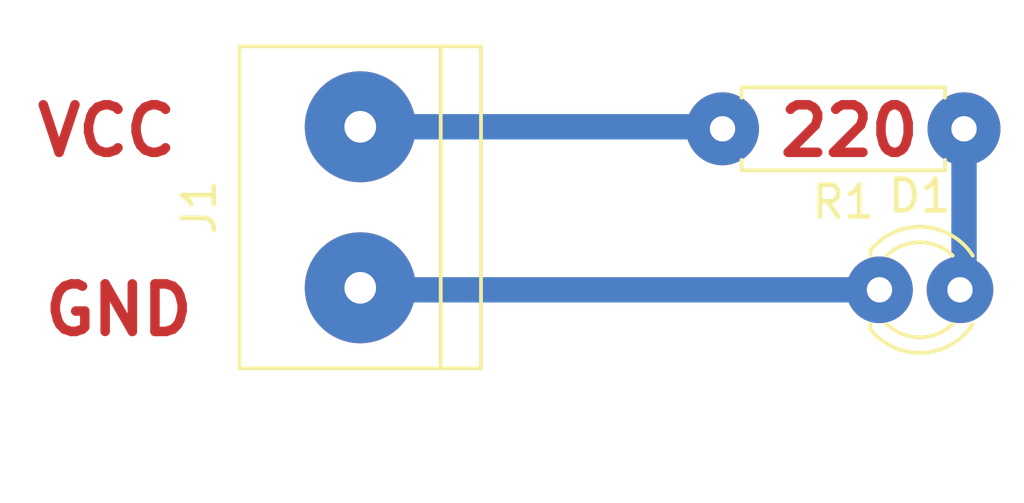
<source format=kicad_pcb>
(kicad_pcb (version 4) (host pcbnew 4.0.7-e2-6376~61~ubuntu18.04.1)

  (general
    (links 3)
    (no_connects 0)
    (area 134.366 99.187 166.687501 115.062001)
    (thickness 1.6)
    (drawings 3)
    (tracks 6)
    (zones 0)
    (modules 3)
    (nets 4)
  )

  (page A4)
  (layers
    (0 F.Cu signal)
    (31 B.Cu signal)
    (32 B.Adhes user)
    (33 F.Adhes user)
    (34 B.Paste user)
    (35 F.Paste user)
    (36 B.SilkS user)
    (37 F.SilkS user)
    (38 B.Mask user)
    (39 F.Mask user)
    (40 Dwgs.User user)
    (41 Cmts.User user)
    (42 Eco1.User user)
    (43 Eco2.User user)
    (44 Edge.Cuts user)
    (45 Margin user)
    (46 B.CrtYd user)
    (47 F.CrtYd user)
    (48 B.Fab user)
    (49 F.Fab user)
  )

  (setup
    (last_trace_width 0.8)
    (user_trace_width 0.8)
    (user_trace_width 1)
    (user_trace_width 1.2)
    (trace_clearance 0.2)
    (zone_clearance 0.508)
    (zone_45_only no)
    (trace_min 0.2)
    (segment_width 0.2)
    (edge_width 0.15)
    (via_size 0.6)
    (via_drill 0.4)
    (via_min_size 0.4)
    (via_min_drill 0.3)
    (uvia_size 0.3)
    (uvia_drill 0.1)
    (uvias_allowed no)
    (uvia_min_size 0.2)
    (uvia_min_drill 0.1)
    (pcb_text_width 0.3)
    (pcb_text_size 1.5 1.5)
    (mod_edge_width 0.15)
    (mod_text_size 1 1)
    (mod_text_width 0.15)
    (pad_size 1.524 1.524)
    (pad_drill 0.762)
    (pad_to_mask_clearance 0.2)
    (aux_axis_origin 0 0)
    (visible_elements FFFFFF7F)
    (pcbplotparams
      (layerselection 0x00030_80000001)
      (usegerberextensions false)
      (excludeedgelayer true)
      (linewidth 0.100000)
      (plotframeref false)
      (viasonmask false)
      (mode 1)
      (useauxorigin false)
      (hpglpennumber 1)
      (hpglpenspeed 20)
      (hpglpendiameter 15)
      (hpglpenoverlay 2)
      (psnegative false)
      (psa4output false)
      (plotreference true)
      (plotvalue true)
      (plotinvisibletext false)
      (padsonsilk false)
      (subtractmaskfromsilk false)
      (outputformat 1)
      (mirror false)
      (drillshape 1)
      (scaleselection 1)
      (outputdirectory ""))
  )

  (net 0 "")
  (net 1 "Net-(D1-Pad1)")
  (net 2 "Net-(D1-Pad2)")
  (net 3 "Net-(J1-Pad2)")

  (net_class Default "This is the default net class."
    (clearance 0.2)
    (trace_width 0.25)
    (via_dia 0.6)
    (via_drill 0.4)
    (uvia_dia 0.3)
    (uvia_drill 0.1)
    (add_net "Net-(D1-Pad1)")
    (add_net "Net-(D1-Pad2)")
    (add_net "Net-(J1-Pad2)")
  )

  (module modFiles:LED_D3.0mm (layer F.Cu) (tedit 5ADE11EB) (tstamp 5B3D86C5)
    (at 162.1155 108.331)
    (descr "LED, diameter 3.0mm, 2 pins")
    (tags "LED diameter 3.0mm 2 pins")
    (path /5B3D8886)
    (fp_text reference D1 (at 1.27 -2.96) (layer F.SilkS)
      (effects (font (size 1 1) (thickness 0.15)))
    )
    (fp_text value LED (at 1.27 2.96) (layer F.Fab)
      (effects (font (size 1 1) (thickness 0.15)))
    )
    (fp_arc (start 1.27 0) (end -0.23 -1.16619) (angle 284.3) (layer F.Fab) (width 0.1))
    (fp_arc (start 1.27 0) (end -0.29 -1.235516) (angle 108.8) (layer F.SilkS) (width 0.12))
    (fp_arc (start 1.27 0) (end -0.29 1.235516) (angle -108.8) (layer F.SilkS) (width 0.12))
    (fp_arc (start 1.27 0) (end 0.229039 -1.08) (angle 87.9) (layer F.SilkS) (width 0.12))
    (fp_arc (start 1.27 0) (end 0.229039 1.08) (angle -87.9) (layer F.SilkS) (width 0.12))
    (fp_circle (center 1.27 0) (end 2.77 0) (layer F.Fab) (width 0.1))
    (fp_line (start -0.23 -1.16619) (end -0.23 1.16619) (layer F.Fab) (width 0.1))
    (fp_line (start -0.29 -1.236) (end -0.29 -1.08) (layer F.SilkS) (width 0.12))
    (fp_line (start -0.29 1.08) (end -0.29 1.236) (layer F.SilkS) (width 0.12))
    (fp_line (start -1.15 -2.25) (end -1.15 2.25) (layer F.CrtYd) (width 0.05))
    (fp_line (start -1.15 2.25) (end 3.7 2.25) (layer F.CrtYd) (width 0.05))
    (fp_line (start 3.7 2.25) (end 3.7 -2.25) (layer F.CrtYd) (width 0.05))
    (fp_line (start 3.7 -2.25) (end -1.15 -2.25) (layer F.CrtYd) (width 0.05))
    (pad 1 thru_hole circle (at 0 0) (size 2.1 2.1) (drill 0.8) (layers *.Cu *.Mask)
      (net 1 "Net-(D1-Pad1)"))
    (pad 2 thru_hole circle (at 2.54 0) (size 2.1 2.1) (drill 0.8) (layers *.Cu *.Mask)
      (net 2 "Net-(D1-Pad2)"))
    (model _3D/Used/led_3mm_red.wrl
      (at (xyz 0.05 0 0))
      (scale (xyz 1 1 1))
      (rotate (xyz 0 0 90))
    )
  )

  (module modFiles:Connector_Bornier_2 (layer F.Cu) (tedit 5ADE10E4) (tstamp 5B3D86CB)
    (at 145.7325 108.2675 90)
    (descr "Bornier d'alimentation 2 pins")
    (tags DEV)
    (path /5B3D8853)
    (fp_text reference J1 (at 2.54 -5.08 90) (layer F.SilkS)
      (effects (font (size 1 1) (thickness 0.15)))
    )
    (fp_text value Conn_01x02 (at 2.54 5.08 90) (layer F.Fab)
      (effects (font (size 1 1) (thickness 0.15)))
    )
    (fp_line (start -2.41 2.55) (end 7.49 2.55) (layer F.Fab) (width 0.1))
    (fp_line (start -2.46 -3.75) (end -2.46 3.75) (layer F.Fab) (width 0.1))
    (fp_line (start -2.46 3.75) (end 7.54 3.75) (layer F.Fab) (width 0.1))
    (fp_line (start 7.54 3.75) (end 7.54 -3.75) (layer F.Fab) (width 0.1))
    (fp_line (start 7.54 -3.75) (end -2.46 -3.75) (layer F.Fab) (width 0.1))
    (fp_line (start 7.62 2.54) (end -2.54 2.54) (layer F.SilkS) (width 0.12))
    (fp_line (start 7.62 3.81) (end 7.62 -3.81) (layer F.SilkS) (width 0.12))
    (fp_line (start 7.62 -3.81) (end -2.54 -3.81) (layer F.SilkS) (width 0.12))
    (fp_line (start -2.54 -3.81) (end -2.54 3.81) (layer F.SilkS) (width 0.12))
    (fp_line (start -2.54 3.81) (end 7.62 3.81) (layer F.SilkS) (width 0.12))
    (fp_line (start -2.71 -4) (end 7.79 -4) (layer F.CrtYd) (width 0.05))
    (fp_line (start -2.71 -4) (end -2.71 4) (layer F.CrtYd) (width 0.05))
    (fp_line (start 7.79 4) (end 7.79 -4) (layer F.CrtYd) (width 0.05))
    (fp_line (start 7.79 4) (end -2.71 4) (layer F.CrtYd) (width 0.05))
    (pad 1 thru_hole circle (at 0 0 90) (size 3.5 3.5) (drill 1) (layers *.Cu *.Mask)
      (net 1 "Net-(D1-Pad1)"))
    (pad 2 thru_hole circle (at 5.08 0 90) (size 3.5 3.5) (drill 1) (layers *.Cu *.Mask)
      (net 3 "Net-(J1-Pad2)"))
    (model _3D/Used/Pheonix_MKDS1.5-2pol.wrl
      (at (xyz 0.1 0 0))
      (scale (xyz 1 1 1))
      (rotate (xyz 0 0 0))
    )
  )

  (module modFiles:Resistor_small (layer F.Cu) (tedit 5ADE0F5A) (tstamp 5B3D86D1)
    (at 164.7825 103.251 180)
    (descr "Resistor, Axial_DIN0207 series, Axial, Horizontal, pin pitch=7.62mm, 0.25W = 1/4W, length*diameter=6.3*2.5mm^2, http://cdn-reichelt.de/documents/datenblatt/B400/1_4W%23YAG.pdf")
    (tags "Resistor Axial_DIN0207 series Axial Horizontal pin pitch 7.62mm 0.25W = 1/4W length 6.3mm diameter 2.5mm")
    (path /5B3D88D1)
    (fp_text reference R1 (at 3.81 -2.31 180) (layer F.SilkS)
      (effects (font (size 1 1) (thickness 0.15)))
    )
    (fp_text value R (at 3.81 2.31 180) (layer F.Fab)
      (effects (font (size 1 1) (thickness 0.15)))
    )
    (fp_line (start 0.66 -1.25) (end 0.66 1.25) (layer F.Fab) (width 0.1))
    (fp_line (start 0.66 1.25) (end 6.96 1.25) (layer F.Fab) (width 0.1))
    (fp_line (start 6.96 1.25) (end 6.96 -1.25) (layer F.Fab) (width 0.1))
    (fp_line (start 6.96 -1.25) (end 0.66 -1.25) (layer F.Fab) (width 0.1))
    (fp_line (start 0 0) (end 0.66 0) (layer F.Fab) (width 0.1))
    (fp_line (start 7.62 0) (end 6.96 0) (layer F.Fab) (width 0.1))
    (fp_line (start 0.6 -0.98) (end 0.6 -1.31) (layer F.SilkS) (width 0.12))
    (fp_line (start 0.6 -1.31) (end 7.02 -1.31) (layer F.SilkS) (width 0.12))
    (fp_line (start 7.02 -1.31) (end 7.02 -0.98) (layer F.SilkS) (width 0.12))
    (fp_line (start 0.6 0.98) (end 0.6 1.31) (layer F.SilkS) (width 0.12))
    (fp_line (start 0.6 1.31) (end 7.02 1.31) (layer F.SilkS) (width 0.12))
    (fp_line (start 7.02 1.31) (end 7.02 0.98) (layer F.SilkS) (width 0.12))
    (fp_line (start -1.05 -1.6) (end -1.05 1.6) (layer F.CrtYd) (width 0.05))
    (fp_line (start -1.05 1.6) (end 8.7 1.6) (layer F.CrtYd) (width 0.05))
    (fp_line (start 8.7 1.6) (end 8.7 -1.6) (layer F.CrtYd) (width 0.05))
    (fp_line (start 8.7 -1.6) (end -1.05 -1.6) (layer F.CrtYd) (width 0.05))
    (pad 1 thru_hole circle (at 0 0 180) (size 2.3 2.3) (drill 0.8) (layers *.Cu *.Mask)
      (net 2 "Net-(D1-Pad2)"))
    (pad 2 thru_hole circle (at 7.62 0 180) (size 2.3 2.3) (drill 0.8) (layers *.Cu *.Mask)
      (net 3 "Net-(J1-Pad2)"))
    (model _3D/Used/R_Axial_DIN0207_L6.3mm_D2.5mm_P7.62mm_Horizontal.wrl
      (at (xyz 0 0 0))
      (scale (xyz 0.393701 0.393701 0.393701))
      (rotate (xyz 0 0 0))
    )
  )

  (gr_text GND (at 138.1125 108.966) (layer F.Cu)
    (effects (font (size 1.5 1.5) (thickness 0.3)))
  )
  (gr_text VCC (at 137.7315 103.3145) (layer F.Cu)
    (effects (font (size 1.5 1.5) (thickness 0.3)))
  )
  (gr_text 220 (at 161.163 103.3145) (layer F.Cu)
    (effects (font (size 1.5 1.5) (thickness 0.3)))
  )

  (segment (start 162.1155 108.331) (end 145.796 108.331) (width 0.8) (layer B.Cu) (net 1))
  (segment (start 145.796 108.331) (end 145.7325 108.2675) (width 0.8) (layer B.Cu) (net 1) (tstamp 5B3D8835))
  (segment (start 164.7825 103.251) (end 164.7825 108.204) (width 0.8) (layer B.Cu) (net 2))
  (segment (start 164.7825 108.204) (end 164.6555 108.331) (width 0.8) (layer B.Cu) (net 2) (tstamp 5B3D8830))
  (segment (start 145.7325 103.1875) (end 157.099 103.1875) (width 0.8) (layer B.Cu) (net 3))
  (segment (start 157.099 103.1875) (end 157.1625 103.251) (width 0.8) (layer B.Cu) (net 3) (tstamp 5B3D882C))

  (zone (net 0) (net_name "") (layer B.Cu) (tstamp 5B3D8CBB) (hatch edge 0.508)
    (connect_pads (clearance 0.508))
    (min_thickness 0.254)
    (fill (arc_segments 16) (thermal_gap 0.508) (thermal_bridge_width 0.508))
    (polygon
      (pts
        (xy 134.366 99.187) (xy 166.624 99.187) (xy 166.6875 114.8715) (xy 134.493 115.062) (xy 134.62 99.314)
      )
    )
  )
)

</source>
